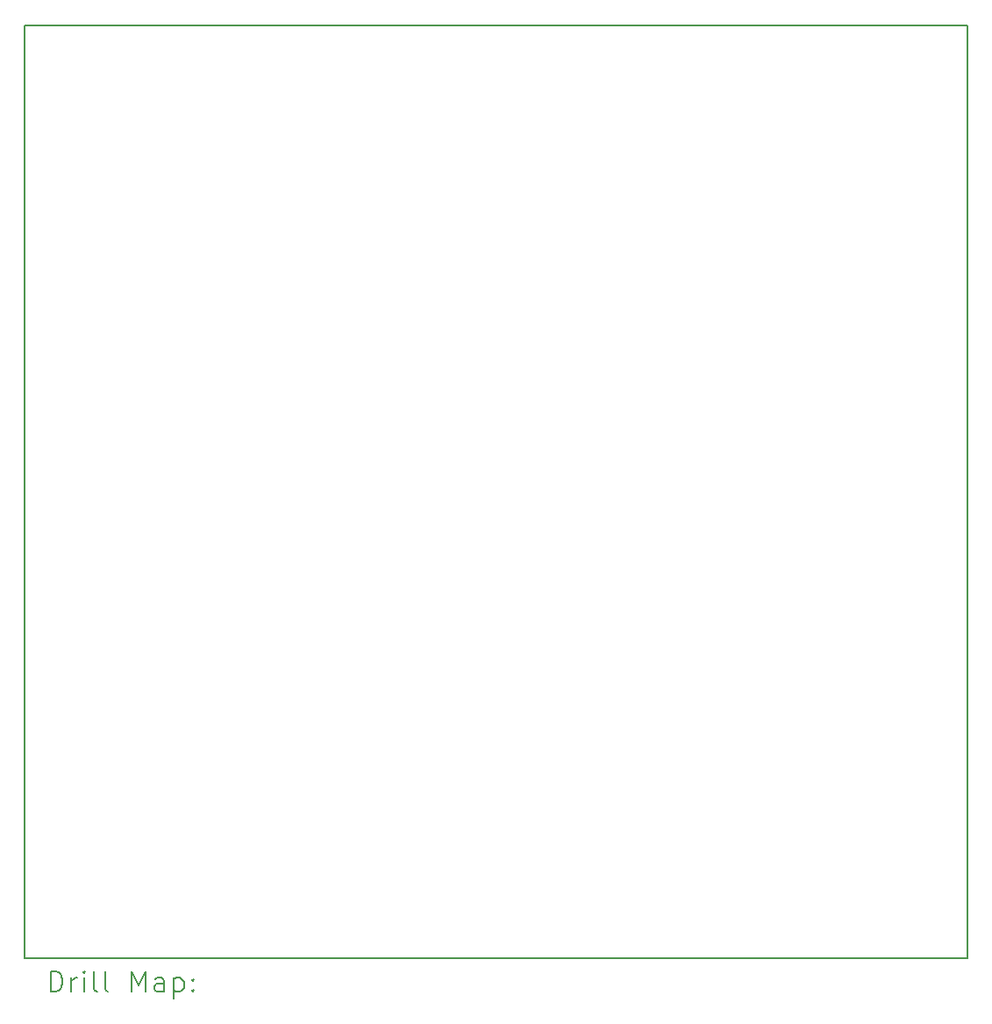
<source format=gbr>
%TF.GenerationSoftware,KiCad,Pcbnew,8.0.8*%
%TF.CreationDate,2025-01-20T13:06:56+08:00*%
%TF.ProjectId,project_pcb,70726f6a-6563-4745-9f70-63622e6b6963,rev?*%
%TF.SameCoordinates,Original*%
%TF.FileFunction,Drillmap*%
%TF.FilePolarity,Positive*%
%FSLAX45Y45*%
G04 Gerber Fmt 4.5, Leading zero omitted, Abs format (unit mm)*
G04 Created by KiCad (PCBNEW 8.0.8) date 2025-01-20 13:06:56*
%MOMM*%
%LPD*%
G01*
G04 APERTURE LIST*
%ADD10C,0.200000*%
G04 APERTURE END LIST*
D10*
X7114000Y-6316000D02*
X16214000Y-6316000D01*
X16214000Y-15316000D01*
X7114000Y-15316000D01*
X7114000Y-6316000D01*
X7364777Y-15637484D02*
X7364777Y-15437484D01*
X7364777Y-15437484D02*
X7412396Y-15437484D01*
X7412396Y-15437484D02*
X7440967Y-15447008D01*
X7440967Y-15447008D02*
X7460015Y-15466055D01*
X7460015Y-15466055D02*
X7469539Y-15485103D01*
X7469539Y-15485103D02*
X7479062Y-15523198D01*
X7479062Y-15523198D02*
X7479062Y-15551769D01*
X7479062Y-15551769D02*
X7469539Y-15589865D01*
X7469539Y-15589865D02*
X7460015Y-15608912D01*
X7460015Y-15608912D02*
X7440967Y-15627960D01*
X7440967Y-15627960D02*
X7412396Y-15637484D01*
X7412396Y-15637484D02*
X7364777Y-15637484D01*
X7564777Y-15637484D02*
X7564777Y-15504150D01*
X7564777Y-15542246D02*
X7574301Y-15523198D01*
X7574301Y-15523198D02*
X7583824Y-15513674D01*
X7583824Y-15513674D02*
X7602872Y-15504150D01*
X7602872Y-15504150D02*
X7621920Y-15504150D01*
X7688586Y-15637484D02*
X7688586Y-15504150D01*
X7688586Y-15437484D02*
X7679062Y-15447008D01*
X7679062Y-15447008D02*
X7688586Y-15456531D01*
X7688586Y-15456531D02*
X7698110Y-15447008D01*
X7698110Y-15447008D02*
X7688586Y-15437484D01*
X7688586Y-15437484D02*
X7688586Y-15456531D01*
X7812396Y-15637484D02*
X7793348Y-15627960D01*
X7793348Y-15627960D02*
X7783824Y-15608912D01*
X7783824Y-15608912D02*
X7783824Y-15437484D01*
X7917158Y-15637484D02*
X7898110Y-15627960D01*
X7898110Y-15627960D02*
X7888586Y-15608912D01*
X7888586Y-15608912D02*
X7888586Y-15437484D01*
X8145729Y-15637484D02*
X8145729Y-15437484D01*
X8145729Y-15437484D02*
X8212396Y-15580341D01*
X8212396Y-15580341D02*
X8279062Y-15437484D01*
X8279062Y-15437484D02*
X8279062Y-15637484D01*
X8460015Y-15637484D02*
X8460015Y-15532722D01*
X8460015Y-15532722D02*
X8450491Y-15513674D01*
X8450491Y-15513674D02*
X8431444Y-15504150D01*
X8431444Y-15504150D02*
X8393348Y-15504150D01*
X8393348Y-15504150D02*
X8374301Y-15513674D01*
X8460015Y-15627960D02*
X8440967Y-15637484D01*
X8440967Y-15637484D02*
X8393348Y-15637484D01*
X8393348Y-15637484D02*
X8374301Y-15627960D01*
X8374301Y-15627960D02*
X8364777Y-15608912D01*
X8364777Y-15608912D02*
X8364777Y-15589865D01*
X8364777Y-15589865D02*
X8374301Y-15570817D01*
X8374301Y-15570817D02*
X8393348Y-15561293D01*
X8393348Y-15561293D02*
X8440967Y-15561293D01*
X8440967Y-15561293D02*
X8460015Y-15551769D01*
X8555253Y-15504150D02*
X8555253Y-15704150D01*
X8555253Y-15513674D02*
X8574301Y-15504150D01*
X8574301Y-15504150D02*
X8612396Y-15504150D01*
X8612396Y-15504150D02*
X8631444Y-15513674D01*
X8631444Y-15513674D02*
X8640967Y-15523198D01*
X8640967Y-15523198D02*
X8650491Y-15542246D01*
X8650491Y-15542246D02*
X8650491Y-15599388D01*
X8650491Y-15599388D02*
X8640967Y-15618436D01*
X8640967Y-15618436D02*
X8631444Y-15627960D01*
X8631444Y-15627960D02*
X8612396Y-15637484D01*
X8612396Y-15637484D02*
X8574301Y-15637484D01*
X8574301Y-15637484D02*
X8555253Y-15627960D01*
X8736205Y-15618436D02*
X8745729Y-15627960D01*
X8745729Y-15627960D02*
X8736205Y-15637484D01*
X8736205Y-15637484D02*
X8726682Y-15627960D01*
X8726682Y-15627960D02*
X8736205Y-15618436D01*
X8736205Y-15618436D02*
X8736205Y-15637484D01*
X8736205Y-15513674D02*
X8745729Y-15523198D01*
X8745729Y-15523198D02*
X8736205Y-15532722D01*
X8736205Y-15532722D02*
X8726682Y-15523198D01*
X8726682Y-15523198D02*
X8736205Y-15513674D01*
X8736205Y-15513674D02*
X8736205Y-15532722D01*
M02*

</source>
